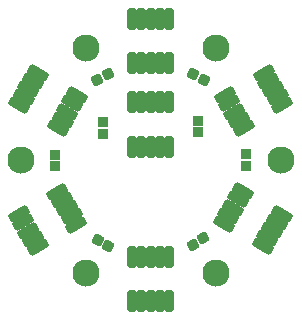
<source format=gts>
G04*
G04 #@! TF.GenerationSoftware,Altium Limited,Altium Designer,22.7.1 (60)*
G04*
G04 Layer_Color=8388736*
%FSLAX43Y43*%
%MOMM*%
G71*
G04*
G04 #@! TF.SameCoordinates,4835CE25-E48C-4DDB-B082-209FFF86AC7D*
G04*
G04*
G04 #@! TF.FilePolarity,Negative*
G04*
G01*
G75*
G04:AMPARAMS|DCode=14|XSize=1.8mm|YSize=0.85mm|CornerRadius=0.219mm|HoleSize=0mm|Usage=FLASHONLY|Rotation=90.000|XOffset=0mm|YOffset=0mm|HoleType=Round|Shape=RoundedRectangle|*
%AMROUNDEDRECTD14*
21,1,1.800,0.413,0,0,90.0*
21,1,1.363,0.850,0,0,90.0*
1,1,0.438,0.206,0.681*
1,1,0.438,0.206,-0.681*
1,1,0.438,-0.206,-0.681*
1,1,0.438,-0.206,0.681*
%
%ADD14ROUNDEDRECTD14*%
G04:AMPARAMS|DCode=15|XSize=1.8mm|YSize=0.85mm|CornerRadius=0.219mm|HoleSize=0mm|Usage=FLASHONLY|Rotation=30.000|XOffset=0mm|YOffset=0mm|HoleType=Round|Shape=RoundedRectangle|*
%AMROUNDEDRECTD15*
21,1,1.800,0.413,0,0,30.0*
21,1,1.363,0.850,0,0,30.0*
1,1,0.438,0.693,0.162*
1,1,0.438,-0.487,-0.519*
1,1,0.438,-0.693,-0.162*
1,1,0.438,0.487,0.519*
%
%ADD15ROUNDEDRECTD15*%
G04:AMPARAMS|DCode=16|XSize=1.8mm|YSize=0.85mm|CornerRadius=0.219mm|HoleSize=0mm|Usage=FLASHONLY|Rotation=330.000|XOffset=0mm|YOffset=0mm|HoleType=Round|Shape=RoundedRectangle|*
%AMROUNDEDRECTD16*
21,1,1.800,0.413,0,0,330.0*
21,1,1.363,0.850,0,0,330.0*
1,1,0.438,0.487,-0.519*
1,1,0.438,-0.693,0.162*
1,1,0.438,-0.487,0.519*
1,1,0.438,0.693,-0.162*
%
%ADD16ROUNDEDRECTD16*%
G04:AMPARAMS|DCode=17|XSize=0.91mm|YSize=0.9mm|CornerRadius=0.225mm|HoleSize=0mm|Usage=FLASHONLY|Rotation=212.000|XOffset=0mm|YOffset=0mm|HoleType=Round|Shape=RoundedRectangle|*
%AMROUNDEDRECTD17*
21,1,0.910,0.450,0,0,212.0*
21,1,0.460,0.900,0,0,212.0*
1,1,0.450,-0.314,0.069*
1,1,0.450,0.076,0.313*
1,1,0.450,0.314,-0.069*
1,1,0.450,-0.076,-0.313*
%
%ADD17ROUNDEDRECTD17*%
G04:AMPARAMS|DCode=18|XSize=0.91mm|YSize=0.9mm|CornerRadius=0.225mm|HoleSize=0mm|Usage=FLASHONLY|Rotation=90.000|XOffset=0mm|YOffset=0mm|HoleType=Round|Shape=RoundedRectangle|*
%AMROUNDEDRECTD18*
21,1,0.910,0.450,0,0,90.0*
21,1,0.460,0.900,0,0,90.0*
1,1,0.450,0.225,0.230*
1,1,0.450,0.225,-0.230*
1,1,0.450,-0.225,-0.230*
1,1,0.450,-0.225,0.230*
%
%ADD18ROUNDEDRECTD18*%
G04:AMPARAMS|DCode=19|XSize=0.91mm|YSize=0.9mm|CornerRadius=0.225mm|HoleSize=0mm|Usage=FLASHONLY|Rotation=150.000|XOffset=0mm|YOffset=0mm|HoleType=Round|Shape=RoundedRectangle|*
%AMROUNDEDRECTD19*
21,1,0.910,0.450,0,0,150.0*
21,1,0.460,0.900,0,0,150.0*
1,1,0.450,-0.087,0.310*
1,1,0.450,0.312,0.080*
1,1,0.450,0.087,-0.310*
1,1,0.450,-0.312,-0.080*
%
%ADD19ROUNDEDRECTD19*%
G04:AMPARAMS|DCode=20|XSize=0.91mm|YSize=0.9mm|CornerRadius=0.225mm|HoleSize=0mm|Usage=FLASHONLY|Rotation=210.000|XOffset=0mm|YOffset=0mm|HoleType=Round|Shape=RoundedRectangle|*
%AMROUNDEDRECTD20*
21,1,0.910,0.450,0,0,210.0*
21,1,0.460,0.900,0,0,210.0*
1,1,0.450,-0.312,0.080*
1,1,0.450,0.087,0.310*
1,1,0.450,0.312,-0.080*
1,1,0.450,-0.087,-0.310*
%
%ADD20ROUNDEDRECTD20*%
G04:AMPARAMS|DCode=21|XSize=0.91mm|YSize=0.9mm|CornerRadius=0.225mm|HoleSize=0mm|Usage=FLASHONLY|Rotation=329.000|XOffset=0mm|YOffset=0mm|HoleType=Round|Shape=RoundedRectangle|*
%AMROUNDEDRECTD21*
21,1,0.910,0.450,0,0,329.0*
21,1,0.460,0.900,0,0,329.0*
1,1,0.450,0.081,-0.311*
1,1,0.450,-0.313,-0.074*
1,1,0.450,-0.081,0.311*
1,1,0.450,0.313,0.074*
%
%ADD21ROUNDEDRECTD21*%
%ADD22C,2.300*%
D14*
X6700Y17890D02*
D03*
X8300Y17890D02*
D03*
X7500Y17890D02*
D03*
X9100Y17890D02*
D03*
X5900Y17890D02*
D03*
X9100Y14090D02*
D03*
X5900Y14090D02*
D03*
X7500Y14090D02*
D03*
X6700Y14090D02*
D03*
X8300Y14090D02*
D03*
X8300Y21150D02*
D03*
X6700D02*
D03*
X7500D02*
D03*
X5900Y21150D02*
D03*
X9100Y21150D02*
D03*
X5900Y24950D02*
D03*
X9100D02*
D03*
X7500D02*
D03*
X8300D02*
D03*
X6700D02*
D03*
X6700Y4800D02*
D03*
X8300Y4800D02*
D03*
X7500Y4800D02*
D03*
X9100D02*
D03*
X5900Y4800D02*
D03*
X9100Y1000D02*
D03*
X5900Y1000D02*
D03*
X7500Y1000D02*
D03*
X6700Y1000D02*
D03*
X8300Y1000D02*
D03*
D15*
X20Y9589D02*
D03*
X820Y8203D02*
D03*
X420Y8896D02*
D03*
X1220Y7511D02*
D03*
X-380Y10282D02*
D03*
X-2070Y5611D02*
D03*
X-3670Y8382D02*
D03*
X-2870Y6996D02*
D03*
X-3270Y7689D02*
D03*
X-2470Y6303D02*
D03*
X14980Y16392D02*
D03*
X14180Y17777D02*
D03*
X14580Y17084D02*
D03*
X13780Y18470D02*
D03*
X15380Y15699D02*
D03*
X17070Y20370D02*
D03*
X18670Y17599D02*
D03*
X17870Y18984D02*
D03*
X18270Y18292D02*
D03*
X17470Y19677D02*
D03*
D16*
X845Y17777D02*
D03*
X45Y16392D02*
D03*
X445Y17084D02*
D03*
X-355Y15699D02*
D03*
X1245Y18470D02*
D03*
X-3645Y17599D02*
D03*
X-2045Y20370D02*
D03*
X-2845Y18984D02*
D03*
X-2445Y19677D02*
D03*
X-3245Y18292D02*
D03*
X14098Y8257D02*
D03*
X14898Y9643D02*
D03*
X14498Y8950D02*
D03*
X15298Y10336D02*
D03*
X13698Y7564D02*
D03*
X18589Y8436D02*
D03*
X16989Y5664D02*
D03*
X17789Y7050D02*
D03*
X17389Y6357D02*
D03*
X18189Y7743D02*
D03*
D17*
X11133Y5808D02*
D03*
X11982Y6338D02*
D03*
D18*
X15575Y13475D02*
D03*
Y12475D02*
D03*
X-600Y12440D02*
D03*
X-600Y13440D02*
D03*
X3500Y15215D02*
D03*
X3500Y16215D02*
D03*
X11500Y16315D02*
D03*
Y15315D02*
D03*
D19*
X11123Y20250D02*
D03*
X11989Y19750D02*
D03*
D20*
X2999Y19750D02*
D03*
X3865Y20250D02*
D03*
D21*
X3872Y5683D02*
D03*
X3014Y6198D02*
D03*
D22*
X-3488Y12939D02*
D03*
X2021Y3397D02*
D03*
X13038Y3397D02*
D03*
X18547Y12939D02*
D03*
X13039Y22481D02*
D03*
X2021Y22481D02*
D03*
M02*

</source>
